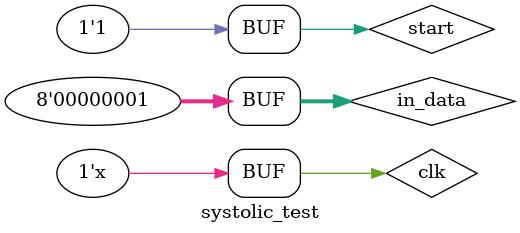
<source format=v>
`timescale 1ns / 1ps


module systolic_test;

	// Inputs
	reg [7:0] in_data;
	reg clk;
	reg start;

	// Outputs
	wire [7:0] sum_out;
	wire [13:0] ws;
	wire we;
	wire sys_finish;
	// Instantiate the Unit Under Test (UUT)
	systolic uut (
		.sum_out(sum_out), 
		.in_data(in_data), 
		.clk(clk), 
		.start(start), 
		.ws(ws), 
		.we(we),
		.sys_finish(sys_finish)
	);
always #5 clk=~clk;
	initial begin
		// Initialize Inputs
		in_data = 0;
		clk = 0;
		start = 0;
		#20
		start =1;
		in_data=1;

		// Wait 100 ns for global reset to finish
		#100;
        
		// Add stimulus here

	end
      
endmodule


</source>
